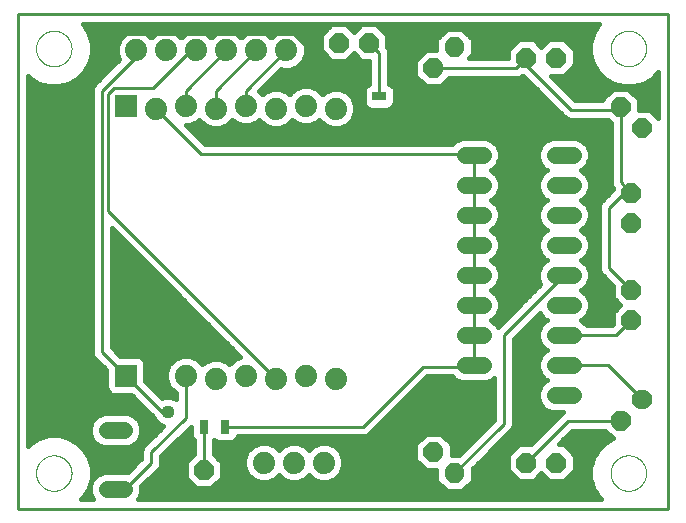
<source format=gtl>
G75*
%MOIN*%
%OFA0B0*%
%FSLAX25Y25*%
%IPPOS*%
%LPD*%
%AMOC8*
5,1,8,0,0,1.08239X$1,22.5*
%
%ADD10C,0.01000*%
%ADD11C,0.00000*%
%ADD12C,0.07400*%
%ADD13R,0.07400X0.07400*%
%ADD14C,0.05800*%
%ADD15C,0.01320*%
%ADD16OC8,0.06600*%
%ADD17R,0.04724X0.03150*%
%ADD18R,0.03150X0.04724*%
%ADD19C,0.01600*%
%ADD20C,0.04400*%
D10*
X0019800Y0016300D02*
X0019800Y0181261D01*
X0236501Y0181261D01*
X0236501Y0016300D01*
X0019800Y0016300D01*
X0041800Y0036800D02*
X0045800Y0032800D01*
X0051800Y0032800D01*
X0052405Y0032795D01*
X0055453Y0022953D02*
X0064300Y0031800D01*
X0064300Y0035300D01*
X0075800Y0046800D01*
X0075800Y0060800D01*
X0069800Y0048800D02*
X0067800Y0048800D01*
X0055800Y0060800D01*
X0047800Y0068800D01*
X0047800Y0155800D01*
X0058800Y0166800D01*
X0058800Y0168800D01*
X0059300Y0169300D01*
X0054800Y0174800D02*
X0049300Y0169300D01*
X0041800Y0161800D01*
X0041800Y0036800D01*
X0052405Y0022953D02*
X0055453Y0022953D01*
X0081800Y0029300D02*
X0081757Y0043800D01*
X0088843Y0043800D02*
X0134800Y0043800D01*
X0154800Y0063800D01*
X0171800Y0063800D01*
X0171800Y0064300D01*
X0171800Y0074300D01*
X0171800Y0084300D01*
X0171800Y0094300D01*
X0171800Y0104300D01*
X0171800Y0114300D01*
X0171800Y0124300D01*
X0171800Y0134300D01*
X0171800Y0134800D01*
X0080800Y0134800D01*
X0065800Y0149800D01*
X0064800Y0156800D02*
X0051800Y0156800D01*
X0049800Y0154800D01*
X0049800Y0115800D01*
X0105800Y0059800D01*
X0131800Y0031800D02*
X0153800Y0053800D01*
X0171800Y0053800D01*
X0171800Y0054300D01*
X0181800Y0044729D02*
X0181800Y0074300D01*
X0201800Y0094300D01*
X0216800Y0096800D02*
X0224300Y0089300D01*
X0216800Y0096800D02*
X0216800Y0116800D01*
X0221800Y0121800D01*
X0224300Y0121800D01*
X0220764Y0125336D01*
X0220764Y0150336D01*
X0219729Y0149300D01*
X0204300Y0149300D01*
X0189300Y0164300D01*
X0189300Y0166800D01*
X0185764Y0163264D01*
X0158264Y0163264D01*
X0140300Y0168300D02*
X0140300Y0153843D01*
X0139800Y0146800D02*
X0140300Y0146757D01*
X0139800Y0146800D02*
X0111800Y0174800D01*
X0054800Y0174800D01*
X0064800Y0156800D02*
X0076800Y0168800D01*
X0078800Y0168800D01*
X0079300Y0169300D01*
X0089300Y0169300D02*
X0075800Y0155800D01*
X0075800Y0150800D01*
X0085800Y0149800D02*
X0085800Y0155800D01*
X0099300Y0169300D01*
X0109300Y0169300D02*
X0095800Y0155800D01*
X0095800Y0150800D01*
X0136800Y0171800D02*
X0140300Y0168300D01*
X0224300Y0079300D02*
X0219300Y0074300D01*
X0201800Y0074300D01*
X0201800Y0064300D02*
X0216371Y0064300D01*
X0227836Y0052836D01*
X0220764Y0045764D02*
X0203264Y0045764D01*
X0189300Y0031800D01*
X0181800Y0044729D02*
X0165336Y0028264D01*
D11*
X0217394Y0028300D02*
X0217396Y0028453D01*
X0217402Y0028607D01*
X0217412Y0028760D01*
X0217426Y0028912D01*
X0217444Y0029065D01*
X0217466Y0029216D01*
X0217491Y0029367D01*
X0217521Y0029518D01*
X0217555Y0029668D01*
X0217592Y0029816D01*
X0217633Y0029964D01*
X0217678Y0030110D01*
X0217727Y0030256D01*
X0217780Y0030400D01*
X0217836Y0030542D01*
X0217896Y0030683D01*
X0217960Y0030823D01*
X0218027Y0030961D01*
X0218098Y0031097D01*
X0218173Y0031231D01*
X0218250Y0031363D01*
X0218332Y0031493D01*
X0218416Y0031621D01*
X0218504Y0031747D01*
X0218595Y0031870D01*
X0218689Y0031991D01*
X0218787Y0032109D01*
X0218887Y0032225D01*
X0218991Y0032338D01*
X0219097Y0032449D01*
X0219206Y0032557D01*
X0219318Y0032662D01*
X0219432Y0032763D01*
X0219550Y0032862D01*
X0219669Y0032958D01*
X0219791Y0033051D01*
X0219916Y0033140D01*
X0220043Y0033227D01*
X0220172Y0033309D01*
X0220303Y0033389D01*
X0220436Y0033465D01*
X0220571Y0033538D01*
X0220708Y0033607D01*
X0220847Y0033672D01*
X0220987Y0033734D01*
X0221129Y0033792D01*
X0221272Y0033847D01*
X0221417Y0033898D01*
X0221563Y0033945D01*
X0221710Y0033988D01*
X0221858Y0034027D01*
X0222007Y0034063D01*
X0222157Y0034094D01*
X0222308Y0034122D01*
X0222459Y0034146D01*
X0222612Y0034166D01*
X0222764Y0034182D01*
X0222917Y0034194D01*
X0223070Y0034202D01*
X0223223Y0034206D01*
X0223377Y0034206D01*
X0223530Y0034202D01*
X0223683Y0034194D01*
X0223836Y0034182D01*
X0223988Y0034166D01*
X0224141Y0034146D01*
X0224292Y0034122D01*
X0224443Y0034094D01*
X0224593Y0034063D01*
X0224742Y0034027D01*
X0224890Y0033988D01*
X0225037Y0033945D01*
X0225183Y0033898D01*
X0225328Y0033847D01*
X0225471Y0033792D01*
X0225613Y0033734D01*
X0225753Y0033672D01*
X0225892Y0033607D01*
X0226029Y0033538D01*
X0226164Y0033465D01*
X0226297Y0033389D01*
X0226428Y0033309D01*
X0226557Y0033227D01*
X0226684Y0033140D01*
X0226809Y0033051D01*
X0226931Y0032958D01*
X0227050Y0032862D01*
X0227168Y0032763D01*
X0227282Y0032662D01*
X0227394Y0032557D01*
X0227503Y0032449D01*
X0227609Y0032338D01*
X0227713Y0032225D01*
X0227813Y0032109D01*
X0227911Y0031991D01*
X0228005Y0031870D01*
X0228096Y0031747D01*
X0228184Y0031621D01*
X0228268Y0031493D01*
X0228350Y0031363D01*
X0228427Y0031231D01*
X0228502Y0031097D01*
X0228573Y0030961D01*
X0228640Y0030823D01*
X0228704Y0030683D01*
X0228764Y0030542D01*
X0228820Y0030400D01*
X0228873Y0030256D01*
X0228922Y0030110D01*
X0228967Y0029964D01*
X0229008Y0029816D01*
X0229045Y0029668D01*
X0229079Y0029518D01*
X0229109Y0029367D01*
X0229134Y0029216D01*
X0229156Y0029065D01*
X0229174Y0028912D01*
X0229188Y0028760D01*
X0229198Y0028607D01*
X0229204Y0028453D01*
X0229206Y0028300D01*
X0229204Y0028147D01*
X0229198Y0027993D01*
X0229188Y0027840D01*
X0229174Y0027688D01*
X0229156Y0027535D01*
X0229134Y0027384D01*
X0229109Y0027233D01*
X0229079Y0027082D01*
X0229045Y0026932D01*
X0229008Y0026784D01*
X0228967Y0026636D01*
X0228922Y0026490D01*
X0228873Y0026344D01*
X0228820Y0026200D01*
X0228764Y0026058D01*
X0228704Y0025917D01*
X0228640Y0025777D01*
X0228573Y0025639D01*
X0228502Y0025503D01*
X0228427Y0025369D01*
X0228350Y0025237D01*
X0228268Y0025107D01*
X0228184Y0024979D01*
X0228096Y0024853D01*
X0228005Y0024730D01*
X0227911Y0024609D01*
X0227813Y0024491D01*
X0227713Y0024375D01*
X0227609Y0024262D01*
X0227503Y0024151D01*
X0227394Y0024043D01*
X0227282Y0023938D01*
X0227168Y0023837D01*
X0227050Y0023738D01*
X0226931Y0023642D01*
X0226809Y0023549D01*
X0226684Y0023460D01*
X0226557Y0023373D01*
X0226428Y0023291D01*
X0226297Y0023211D01*
X0226164Y0023135D01*
X0226029Y0023062D01*
X0225892Y0022993D01*
X0225753Y0022928D01*
X0225613Y0022866D01*
X0225471Y0022808D01*
X0225328Y0022753D01*
X0225183Y0022702D01*
X0225037Y0022655D01*
X0224890Y0022612D01*
X0224742Y0022573D01*
X0224593Y0022537D01*
X0224443Y0022506D01*
X0224292Y0022478D01*
X0224141Y0022454D01*
X0223988Y0022434D01*
X0223836Y0022418D01*
X0223683Y0022406D01*
X0223530Y0022398D01*
X0223377Y0022394D01*
X0223223Y0022394D01*
X0223070Y0022398D01*
X0222917Y0022406D01*
X0222764Y0022418D01*
X0222612Y0022434D01*
X0222459Y0022454D01*
X0222308Y0022478D01*
X0222157Y0022506D01*
X0222007Y0022537D01*
X0221858Y0022573D01*
X0221710Y0022612D01*
X0221563Y0022655D01*
X0221417Y0022702D01*
X0221272Y0022753D01*
X0221129Y0022808D01*
X0220987Y0022866D01*
X0220847Y0022928D01*
X0220708Y0022993D01*
X0220571Y0023062D01*
X0220436Y0023135D01*
X0220303Y0023211D01*
X0220172Y0023291D01*
X0220043Y0023373D01*
X0219916Y0023460D01*
X0219791Y0023549D01*
X0219669Y0023642D01*
X0219550Y0023738D01*
X0219432Y0023837D01*
X0219318Y0023938D01*
X0219206Y0024043D01*
X0219097Y0024151D01*
X0218991Y0024262D01*
X0218887Y0024375D01*
X0218787Y0024491D01*
X0218689Y0024609D01*
X0218595Y0024730D01*
X0218504Y0024853D01*
X0218416Y0024979D01*
X0218332Y0025107D01*
X0218250Y0025237D01*
X0218173Y0025369D01*
X0218098Y0025503D01*
X0218027Y0025639D01*
X0217960Y0025777D01*
X0217896Y0025917D01*
X0217836Y0026058D01*
X0217780Y0026200D01*
X0217727Y0026344D01*
X0217678Y0026490D01*
X0217633Y0026636D01*
X0217592Y0026784D01*
X0217555Y0026932D01*
X0217521Y0027082D01*
X0217491Y0027233D01*
X0217466Y0027384D01*
X0217444Y0027535D01*
X0217426Y0027688D01*
X0217412Y0027840D01*
X0217402Y0027993D01*
X0217396Y0028147D01*
X0217394Y0028300D01*
X0025894Y0028300D02*
X0025896Y0028453D01*
X0025902Y0028607D01*
X0025912Y0028760D01*
X0025926Y0028912D01*
X0025944Y0029065D01*
X0025966Y0029216D01*
X0025991Y0029367D01*
X0026021Y0029518D01*
X0026055Y0029668D01*
X0026092Y0029816D01*
X0026133Y0029964D01*
X0026178Y0030110D01*
X0026227Y0030256D01*
X0026280Y0030400D01*
X0026336Y0030542D01*
X0026396Y0030683D01*
X0026460Y0030823D01*
X0026527Y0030961D01*
X0026598Y0031097D01*
X0026673Y0031231D01*
X0026750Y0031363D01*
X0026832Y0031493D01*
X0026916Y0031621D01*
X0027004Y0031747D01*
X0027095Y0031870D01*
X0027189Y0031991D01*
X0027287Y0032109D01*
X0027387Y0032225D01*
X0027491Y0032338D01*
X0027597Y0032449D01*
X0027706Y0032557D01*
X0027818Y0032662D01*
X0027932Y0032763D01*
X0028050Y0032862D01*
X0028169Y0032958D01*
X0028291Y0033051D01*
X0028416Y0033140D01*
X0028543Y0033227D01*
X0028672Y0033309D01*
X0028803Y0033389D01*
X0028936Y0033465D01*
X0029071Y0033538D01*
X0029208Y0033607D01*
X0029347Y0033672D01*
X0029487Y0033734D01*
X0029629Y0033792D01*
X0029772Y0033847D01*
X0029917Y0033898D01*
X0030063Y0033945D01*
X0030210Y0033988D01*
X0030358Y0034027D01*
X0030507Y0034063D01*
X0030657Y0034094D01*
X0030808Y0034122D01*
X0030959Y0034146D01*
X0031112Y0034166D01*
X0031264Y0034182D01*
X0031417Y0034194D01*
X0031570Y0034202D01*
X0031723Y0034206D01*
X0031877Y0034206D01*
X0032030Y0034202D01*
X0032183Y0034194D01*
X0032336Y0034182D01*
X0032488Y0034166D01*
X0032641Y0034146D01*
X0032792Y0034122D01*
X0032943Y0034094D01*
X0033093Y0034063D01*
X0033242Y0034027D01*
X0033390Y0033988D01*
X0033537Y0033945D01*
X0033683Y0033898D01*
X0033828Y0033847D01*
X0033971Y0033792D01*
X0034113Y0033734D01*
X0034253Y0033672D01*
X0034392Y0033607D01*
X0034529Y0033538D01*
X0034664Y0033465D01*
X0034797Y0033389D01*
X0034928Y0033309D01*
X0035057Y0033227D01*
X0035184Y0033140D01*
X0035309Y0033051D01*
X0035431Y0032958D01*
X0035550Y0032862D01*
X0035668Y0032763D01*
X0035782Y0032662D01*
X0035894Y0032557D01*
X0036003Y0032449D01*
X0036109Y0032338D01*
X0036213Y0032225D01*
X0036313Y0032109D01*
X0036411Y0031991D01*
X0036505Y0031870D01*
X0036596Y0031747D01*
X0036684Y0031621D01*
X0036768Y0031493D01*
X0036850Y0031363D01*
X0036927Y0031231D01*
X0037002Y0031097D01*
X0037073Y0030961D01*
X0037140Y0030823D01*
X0037204Y0030683D01*
X0037264Y0030542D01*
X0037320Y0030400D01*
X0037373Y0030256D01*
X0037422Y0030110D01*
X0037467Y0029964D01*
X0037508Y0029816D01*
X0037545Y0029668D01*
X0037579Y0029518D01*
X0037609Y0029367D01*
X0037634Y0029216D01*
X0037656Y0029065D01*
X0037674Y0028912D01*
X0037688Y0028760D01*
X0037698Y0028607D01*
X0037704Y0028453D01*
X0037706Y0028300D01*
X0037704Y0028147D01*
X0037698Y0027993D01*
X0037688Y0027840D01*
X0037674Y0027688D01*
X0037656Y0027535D01*
X0037634Y0027384D01*
X0037609Y0027233D01*
X0037579Y0027082D01*
X0037545Y0026932D01*
X0037508Y0026784D01*
X0037467Y0026636D01*
X0037422Y0026490D01*
X0037373Y0026344D01*
X0037320Y0026200D01*
X0037264Y0026058D01*
X0037204Y0025917D01*
X0037140Y0025777D01*
X0037073Y0025639D01*
X0037002Y0025503D01*
X0036927Y0025369D01*
X0036850Y0025237D01*
X0036768Y0025107D01*
X0036684Y0024979D01*
X0036596Y0024853D01*
X0036505Y0024730D01*
X0036411Y0024609D01*
X0036313Y0024491D01*
X0036213Y0024375D01*
X0036109Y0024262D01*
X0036003Y0024151D01*
X0035894Y0024043D01*
X0035782Y0023938D01*
X0035668Y0023837D01*
X0035550Y0023738D01*
X0035431Y0023642D01*
X0035309Y0023549D01*
X0035184Y0023460D01*
X0035057Y0023373D01*
X0034928Y0023291D01*
X0034797Y0023211D01*
X0034664Y0023135D01*
X0034529Y0023062D01*
X0034392Y0022993D01*
X0034253Y0022928D01*
X0034113Y0022866D01*
X0033971Y0022808D01*
X0033828Y0022753D01*
X0033683Y0022702D01*
X0033537Y0022655D01*
X0033390Y0022612D01*
X0033242Y0022573D01*
X0033093Y0022537D01*
X0032943Y0022506D01*
X0032792Y0022478D01*
X0032641Y0022454D01*
X0032488Y0022434D01*
X0032336Y0022418D01*
X0032183Y0022406D01*
X0032030Y0022398D01*
X0031877Y0022394D01*
X0031723Y0022394D01*
X0031570Y0022398D01*
X0031417Y0022406D01*
X0031264Y0022418D01*
X0031112Y0022434D01*
X0030959Y0022454D01*
X0030808Y0022478D01*
X0030657Y0022506D01*
X0030507Y0022537D01*
X0030358Y0022573D01*
X0030210Y0022612D01*
X0030063Y0022655D01*
X0029917Y0022702D01*
X0029772Y0022753D01*
X0029629Y0022808D01*
X0029487Y0022866D01*
X0029347Y0022928D01*
X0029208Y0022993D01*
X0029071Y0023062D01*
X0028936Y0023135D01*
X0028803Y0023211D01*
X0028672Y0023291D01*
X0028543Y0023373D01*
X0028416Y0023460D01*
X0028291Y0023549D01*
X0028169Y0023642D01*
X0028050Y0023738D01*
X0027932Y0023837D01*
X0027818Y0023938D01*
X0027706Y0024043D01*
X0027597Y0024151D01*
X0027491Y0024262D01*
X0027387Y0024375D01*
X0027287Y0024491D01*
X0027189Y0024609D01*
X0027095Y0024730D01*
X0027004Y0024853D01*
X0026916Y0024979D01*
X0026832Y0025107D01*
X0026750Y0025237D01*
X0026673Y0025369D01*
X0026598Y0025503D01*
X0026527Y0025639D01*
X0026460Y0025777D01*
X0026396Y0025917D01*
X0026336Y0026058D01*
X0026280Y0026200D01*
X0026227Y0026344D01*
X0026178Y0026490D01*
X0026133Y0026636D01*
X0026092Y0026784D01*
X0026055Y0026932D01*
X0026021Y0027082D01*
X0025991Y0027233D01*
X0025966Y0027384D01*
X0025944Y0027535D01*
X0025926Y0027688D01*
X0025912Y0027840D01*
X0025902Y0027993D01*
X0025896Y0028147D01*
X0025894Y0028300D01*
X0025894Y0169800D02*
X0025896Y0169953D01*
X0025902Y0170107D01*
X0025912Y0170260D01*
X0025926Y0170412D01*
X0025944Y0170565D01*
X0025966Y0170716D01*
X0025991Y0170867D01*
X0026021Y0171018D01*
X0026055Y0171168D01*
X0026092Y0171316D01*
X0026133Y0171464D01*
X0026178Y0171610D01*
X0026227Y0171756D01*
X0026280Y0171900D01*
X0026336Y0172042D01*
X0026396Y0172183D01*
X0026460Y0172323D01*
X0026527Y0172461D01*
X0026598Y0172597D01*
X0026673Y0172731D01*
X0026750Y0172863D01*
X0026832Y0172993D01*
X0026916Y0173121D01*
X0027004Y0173247D01*
X0027095Y0173370D01*
X0027189Y0173491D01*
X0027287Y0173609D01*
X0027387Y0173725D01*
X0027491Y0173838D01*
X0027597Y0173949D01*
X0027706Y0174057D01*
X0027818Y0174162D01*
X0027932Y0174263D01*
X0028050Y0174362D01*
X0028169Y0174458D01*
X0028291Y0174551D01*
X0028416Y0174640D01*
X0028543Y0174727D01*
X0028672Y0174809D01*
X0028803Y0174889D01*
X0028936Y0174965D01*
X0029071Y0175038D01*
X0029208Y0175107D01*
X0029347Y0175172D01*
X0029487Y0175234D01*
X0029629Y0175292D01*
X0029772Y0175347D01*
X0029917Y0175398D01*
X0030063Y0175445D01*
X0030210Y0175488D01*
X0030358Y0175527D01*
X0030507Y0175563D01*
X0030657Y0175594D01*
X0030808Y0175622D01*
X0030959Y0175646D01*
X0031112Y0175666D01*
X0031264Y0175682D01*
X0031417Y0175694D01*
X0031570Y0175702D01*
X0031723Y0175706D01*
X0031877Y0175706D01*
X0032030Y0175702D01*
X0032183Y0175694D01*
X0032336Y0175682D01*
X0032488Y0175666D01*
X0032641Y0175646D01*
X0032792Y0175622D01*
X0032943Y0175594D01*
X0033093Y0175563D01*
X0033242Y0175527D01*
X0033390Y0175488D01*
X0033537Y0175445D01*
X0033683Y0175398D01*
X0033828Y0175347D01*
X0033971Y0175292D01*
X0034113Y0175234D01*
X0034253Y0175172D01*
X0034392Y0175107D01*
X0034529Y0175038D01*
X0034664Y0174965D01*
X0034797Y0174889D01*
X0034928Y0174809D01*
X0035057Y0174727D01*
X0035184Y0174640D01*
X0035309Y0174551D01*
X0035431Y0174458D01*
X0035550Y0174362D01*
X0035668Y0174263D01*
X0035782Y0174162D01*
X0035894Y0174057D01*
X0036003Y0173949D01*
X0036109Y0173838D01*
X0036213Y0173725D01*
X0036313Y0173609D01*
X0036411Y0173491D01*
X0036505Y0173370D01*
X0036596Y0173247D01*
X0036684Y0173121D01*
X0036768Y0172993D01*
X0036850Y0172863D01*
X0036927Y0172731D01*
X0037002Y0172597D01*
X0037073Y0172461D01*
X0037140Y0172323D01*
X0037204Y0172183D01*
X0037264Y0172042D01*
X0037320Y0171900D01*
X0037373Y0171756D01*
X0037422Y0171610D01*
X0037467Y0171464D01*
X0037508Y0171316D01*
X0037545Y0171168D01*
X0037579Y0171018D01*
X0037609Y0170867D01*
X0037634Y0170716D01*
X0037656Y0170565D01*
X0037674Y0170412D01*
X0037688Y0170260D01*
X0037698Y0170107D01*
X0037704Y0169953D01*
X0037706Y0169800D01*
X0037704Y0169647D01*
X0037698Y0169493D01*
X0037688Y0169340D01*
X0037674Y0169188D01*
X0037656Y0169035D01*
X0037634Y0168884D01*
X0037609Y0168733D01*
X0037579Y0168582D01*
X0037545Y0168432D01*
X0037508Y0168284D01*
X0037467Y0168136D01*
X0037422Y0167990D01*
X0037373Y0167844D01*
X0037320Y0167700D01*
X0037264Y0167558D01*
X0037204Y0167417D01*
X0037140Y0167277D01*
X0037073Y0167139D01*
X0037002Y0167003D01*
X0036927Y0166869D01*
X0036850Y0166737D01*
X0036768Y0166607D01*
X0036684Y0166479D01*
X0036596Y0166353D01*
X0036505Y0166230D01*
X0036411Y0166109D01*
X0036313Y0165991D01*
X0036213Y0165875D01*
X0036109Y0165762D01*
X0036003Y0165651D01*
X0035894Y0165543D01*
X0035782Y0165438D01*
X0035668Y0165337D01*
X0035550Y0165238D01*
X0035431Y0165142D01*
X0035309Y0165049D01*
X0035184Y0164960D01*
X0035057Y0164873D01*
X0034928Y0164791D01*
X0034797Y0164711D01*
X0034664Y0164635D01*
X0034529Y0164562D01*
X0034392Y0164493D01*
X0034253Y0164428D01*
X0034113Y0164366D01*
X0033971Y0164308D01*
X0033828Y0164253D01*
X0033683Y0164202D01*
X0033537Y0164155D01*
X0033390Y0164112D01*
X0033242Y0164073D01*
X0033093Y0164037D01*
X0032943Y0164006D01*
X0032792Y0163978D01*
X0032641Y0163954D01*
X0032488Y0163934D01*
X0032336Y0163918D01*
X0032183Y0163906D01*
X0032030Y0163898D01*
X0031877Y0163894D01*
X0031723Y0163894D01*
X0031570Y0163898D01*
X0031417Y0163906D01*
X0031264Y0163918D01*
X0031112Y0163934D01*
X0030959Y0163954D01*
X0030808Y0163978D01*
X0030657Y0164006D01*
X0030507Y0164037D01*
X0030358Y0164073D01*
X0030210Y0164112D01*
X0030063Y0164155D01*
X0029917Y0164202D01*
X0029772Y0164253D01*
X0029629Y0164308D01*
X0029487Y0164366D01*
X0029347Y0164428D01*
X0029208Y0164493D01*
X0029071Y0164562D01*
X0028936Y0164635D01*
X0028803Y0164711D01*
X0028672Y0164791D01*
X0028543Y0164873D01*
X0028416Y0164960D01*
X0028291Y0165049D01*
X0028169Y0165142D01*
X0028050Y0165238D01*
X0027932Y0165337D01*
X0027818Y0165438D01*
X0027706Y0165543D01*
X0027597Y0165651D01*
X0027491Y0165762D01*
X0027387Y0165875D01*
X0027287Y0165991D01*
X0027189Y0166109D01*
X0027095Y0166230D01*
X0027004Y0166353D01*
X0026916Y0166479D01*
X0026832Y0166607D01*
X0026750Y0166737D01*
X0026673Y0166869D01*
X0026598Y0167003D01*
X0026527Y0167139D01*
X0026460Y0167277D01*
X0026396Y0167417D01*
X0026336Y0167558D01*
X0026280Y0167700D01*
X0026227Y0167844D01*
X0026178Y0167990D01*
X0026133Y0168136D01*
X0026092Y0168284D01*
X0026055Y0168432D01*
X0026021Y0168582D01*
X0025991Y0168733D01*
X0025966Y0168884D01*
X0025944Y0169035D01*
X0025926Y0169188D01*
X0025912Y0169340D01*
X0025902Y0169493D01*
X0025896Y0169647D01*
X0025894Y0169800D01*
X0217394Y0169800D02*
X0217396Y0169953D01*
X0217402Y0170107D01*
X0217412Y0170260D01*
X0217426Y0170412D01*
X0217444Y0170565D01*
X0217466Y0170716D01*
X0217491Y0170867D01*
X0217521Y0171018D01*
X0217555Y0171168D01*
X0217592Y0171316D01*
X0217633Y0171464D01*
X0217678Y0171610D01*
X0217727Y0171756D01*
X0217780Y0171900D01*
X0217836Y0172042D01*
X0217896Y0172183D01*
X0217960Y0172323D01*
X0218027Y0172461D01*
X0218098Y0172597D01*
X0218173Y0172731D01*
X0218250Y0172863D01*
X0218332Y0172993D01*
X0218416Y0173121D01*
X0218504Y0173247D01*
X0218595Y0173370D01*
X0218689Y0173491D01*
X0218787Y0173609D01*
X0218887Y0173725D01*
X0218991Y0173838D01*
X0219097Y0173949D01*
X0219206Y0174057D01*
X0219318Y0174162D01*
X0219432Y0174263D01*
X0219550Y0174362D01*
X0219669Y0174458D01*
X0219791Y0174551D01*
X0219916Y0174640D01*
X0220043Y0174727D01*
X0220172Y0174809D01*
X0220303Y0174889D01*
X0220436Y0174965D01*
X0220571Y0175038D01*
X0220708Y0175107D01*
X0220847Y0175172D01*
X0220987Y0175234D01*
X0221129Y0175292D01*
X0221272Y0175347D01*
X0221417Y0175398D01*
X0221563Y0175445D01*
X0221710Y0175488D01*
X0221858Y0175527D01*
X0222007Y0175563D01*
X0222157Y0175594D01*
X0222308Y0175622D01*
X0222459Y0175646D01*
X0222612Y0175666D01*
X0222764Y0175682D01*
X0222917Y0175694D01*
X0223070Y0175702D01*
X0223223Y0175706D01*
X0223377Y0175706D01*
X0223530Y0175702D01*
X0223683Y0175694D01*
X0223836Y0175682D01*
X0223988Y0175666D01*
X0224141Y0175646D01*
X0224292Y0175622D01*
X0224443Y0175594D01*
X0224593Y0175563D01*
X0224742Y0175527D01*
X0224890Y0175488D01*
X0225037Y0175445D01*
X0225183Y0175398D01*
X0225328Y0175347D01*
X0225471Y0175292D01*
X0225613Y0175234D01*
X0225753Y0175172D01*
X0225892Y0175107D01*
X0226029Y0175038D01*
X0226164Y0174965D01*
X0226297Y0174889D01*
X0226428Y0174809D01*
X0226557Y0174727D01*
X0226684Y0174640D01*
X0226809Y0174551D01*
X0226931Y0174458D01*
X0227050Y0174362D01*
X0227168Y0174263D01*
X0227282Y0174162D01*
X0227394Y0174057D01*
X0227503Y0173949D01*
X0227609Y0173838D01*
X0227713Y0173725D01*
X0227813Y0173609D01*
X0227911Y0173491D01*
X0228005Y0173370D01*
X0228096Y0173247D01*
X0228184Y0173121D01*
X0228268Y0172993D01*
X0228350Y0172863D01*
X0228427Y0172731D01*
X0228502Y0172597D01*
X0228573Y0172461D01*
X0228640Y0172323D01*
X0228704Y0172183D01*
X0228764Y0172042D01*
X0228820Y0171900D01*
X0228873Y0171756D01*
X0228922Y0171610D01*
X0228967Y0171464D01*
X0229008Y0171316D01*
X0229045Y0171168D01*
X0229079Y0171018D01*
X0229109Y0170867D01*
X0229134Y0170716D01*
X0229156Y0170565D01*
X0229174Y0170412D01*
X0229188Y0170260D01*
X0229198Y0170107D01*
X0229204Y0169953D01*
X0229206Y0169800D01*
X0229204Y0169647D01*
X0229198Y0169493D01*
X0229188Y0169340D01*
X0229174Y0169188D01*
X0229156Y0169035D01*
X0229134Y0168884D01*
X0229109Y0168733D01*
X0229079Y0168582D01*
X0229045Y0168432D01*
X0229008Y0168284D01*
X0228967Y0168136D01*
X0228922Y0167990D01*
X0228873Y0167844D01*
X0228820Y0167700D01*
X0228764Y0167558D01*
X0228704Y0167417D01*
X0228640Y0167277D01*
X0228573Y0167139D01*
X0228502Y0167003D01*
X0228427Y0166869D01*
X0228350Y0166737D01*
X0228268Y0166607D01*
X0228184Y0166479D01*
X0228096Y0166353D01*
X0228005Y0166230D01*
X0227911Y0166109D01*
X0227813Y0165991D01*
X0227713Y0165875D01*
X0227609Y0165762D01*
X0227503Y0165651D01*
X0227394Y0165543D01*
X0227282Y0165438D01*
X0227168Y0165337D01*
X0227050Y0165238D01*
X0226931Y0165142D01*
X0226809Y0165049D01*
X0226684Y0164960D01*
X0226557Y0164873D01*
X0226428Y0164791D01*
X0226297Y0164711D01*
X0226164Y0164635D01*
X0226029Y0164562D01*
X0225892Y0164493D01*
X0225753Y0164428D01*
X0225613Y0164366D01*
X0225471Y0164308D01*
X0225328Y0164253D01*
X0225183Y0164202D01*
X0225037Y0164155D01*
X0224890Y0164112D01*
X0224742Y0164073D01*
X0224593Y0164037D01*
X0224443Y0164006D01*
X0224292Y0163978D01*
X0224141Y0163954D01*
X0223988Y0163934D01*
X0223836Y0163918D01*
X0223683Y0163906D01*
X0223530Y0163898D01*
X0223377Y0163894D01*
X0223223Y0163894D01*
X0223070Y0163898D01*
X0222917Y0163906D01*
X0222764Y0163918D01*
X0222612Y0163934D01*
X0222459Y0163954D01*
X0222308Y0163978D01*
X0222157Y0164006D01*
X0222007Y0164037D01*
X0221858Y0164073D01*
X0221710Y0164112D01*
X0221563Y0164155D01*
X0221417Y0164202D01*
X0221272Y0164253D01*
X0221129Y0164308D01*
X0220987Y0164366D01*
X0220847Y0164428D01*
X0220708Y0164493D01*
X0220571Y0164562D01*
X0220436Y0164635D01*
X0220303Y0164711D01*
X0220172Y0164791D01*
X0220043Y0164873D01*
X0219916Y0164960D01*
X0219791Y0165049D01*
X0219669Y0165142D01*
X0219550Y0165238D01*
X0219432Y0165337D01*
X0219318Y0165438D01*
X0219206Y0165543D01*
X0219097Y0165651D01*
X0218991Y0165762D01*
X0218887Y0165875D01*
X0218787Y0165991D01*
X0218689Y0166109D01*
X0218595Y0166230D01*
X0218504Y0166353D01*
X0218416Y0166479D01*
X0218332Y0166607D01*
X0218250Y0166737D01*
X0218173Y0166869D01*
X0218098Y0167003D01*
X0218027Y0167139D01*
X0217960Y0167277D01*
X0217896Y0167417D01*
X0217836Y0167558D01*
X0217780Y0167700D01*
X0217727Y0167844D01*
X0217678Y0167990D01*
X0217633Y0168136D01*
X0217592Y0168284D01*
X0217555Y0168432D01*
X0217521Y0168582D01*
X0217491Y0168733D01*
X0217466Y0168884D01*
X0217444Y0169035D01*
X0217426Y0169188D01*
X0217412Y0169340D01*
X0217402Y0169493D01*
X0217396Y0169647D01*
X0217394Y0169800D01*
D12*
X0125800Y0149800D03*
X0115800Y0150800D03*
X0105800Y0149800D03*
X0095800Y0150800D03*
X0085800Y0149800D03*
X0075800Y0150800D03*
X0065800Y0149800D03*
X0069300Y0169300D03*
X0059300Y0169300D03*
X0049300Y0169300D03*
X0079300Y0169300D03*
X0089300Y0169300D03*
X0099300Y0169300D03*
X0109300Y0169300D03*
X0115800Y0060800D03*
X0105800Y0059800D03*
X0095800Y0060800D03*
X0085800Y0059800D03*
X0075800Y0060800D03*
X0065800Y0059800D03*
X0101800Y0031800D03*
X0111800Y0031800D03*
X0121800Y0031800D03*
X0125800Y0059800D03*
D13*
X0131800Y0031800D03*
X0055800Y0060800D03*
X0055800Y0150800D03*
D14*
X0168900Y0134300D02*
X0174700Y0134300D01*
X0174700Y0124300D02*
X0168900Y0124300D01*
X0168900Y0114300D02*
X0174700Y0114300D01*
X0174700Y0104300D02*
X0168900Y0104300D01*
X0168900Y0094300D02*
X0174700Y0094300D01*
X0174700Y0084300D02*
X0168900Y0084300D01*
X0168900Y0074300D02*
X0174700Y0074300D01*
X0174700Y0064300D02*
X0168900Y0064300D01*
X0168900Y0054300D02*
X0174700Y0054300D01*
X0198900Y0054300D02*
X0204700Y0054300D01*
X0204700Y0064300D02*
X0198900Y0064300D01*
X0198900Y0074300D02*
X0204700Y0074300D01*
X0204700Y0084300D02*
X0198900Y0084300D01*
X0198900Y0094300D02*
X0204700Y0094300D01*
X0204700Y0104300D02*
X0198900Y0104300D01*
X0198900Y0114300D02*
X0204700Y0114300D01*
X0204700Y0124300D02*
X0198900Y0124300D01*
X0198900Y0134300D02*
X0204700Y0134300D01*
X0055305Y0042638D02*
X0049505Y0042638D01*
X0049505Y0032795D02*
X0055305Y0032795D01*
X0055305Y0022953D02*
X0049505Y0022953D01*
D15*
X0158697Y0033357D02*
X0159357Y0032697D01*
X0157171Y0032697D01*
X0155625Y0034243D01*
X0155625Y0036429D01*
X0157171Y0037975D01*
X0159357Y0037975D01*
X0160903Y0036429D01*
X0160903Y0034243D01*
X0159357Y0032697D01*
X0158947Y0033687D01*
X0157581Y0033687D01*
X0156615Y0034653D01*
X0156615Y0036019D01*
X0157581Y0036985D01*
X0158947Y0036985D01*
X0159913Y0036019D01*
X0159913Y0034653D01*
X0158947Y0033687D01*
X0158537Y0034677D01*
X0157991Y0034677D01*
X0157605Y0035063D01*
X0157605Y0035609D01*
X0157991Y0035995D01*
X0158537Y0035995D01*
X0158923Y0035609D01*
X0158923Y0035063D01*
X0158537Y0034677D01*
X0165769Y0026285D02*
X0166429Y0025625D01*
X0164243Y0025625D01*
X0162697Y0027171D01*
X0162697Y0029357D01*
X0164243Y0030903D01*
X0166429Y0030903D01*
X0167975Y0029357D01*
X0167975Y0027171D01*
X0166429Y0025625D01*
X0166019Y0026615D01*
X0164653Y0026615D01*
X0163687Y0027581D01*
X0163687Y0028947D01*
X0164653Y0029913D01*
X0166019Y0029913D01*
X0166985Y0028947D01*
X0166985Y0027581D01*
X0166019Y0026615D01*
X0165609Y0027605D01*
X0165063Y0027605D01*
X0164677Y0027991D01*
X0164677Y0028537D01*
X0165063Y0028923D01*
X0165609Y0028923D01*
X0165995Y0028537D01*
X0165995Y0027991D01*
X0165609Y0027605D01*
X0222743Y0046197D02*
X0223403Y0046857D01*
X0223403Y0044671D01*
X0221857Y0043125D01*
X0219671Y0043125D01*
X0218125Y0044671D01*
X0218125Y0046857D01*
X0219671Y0048403D01*
X0221857Y0048403D01*
X0223403Y0046857D01*
X0222413Y0046447D01*
X0222413Y0045081D01*
X0221447Y0044115D01*
X0220081Y0044115D01*
X0219115Y0045081D01*
X0219115Y0046447D01*
X0220081Y0047413D01*
X0221447Y0047413D01*
X0222413Y0046447D01*
X0221423Y0046037D01*
X0221423Y0045491D01*
X0221037Y0045105D01*
X0220491Y0045105D01*
X0220105Y0045491D01*
X0220105Y0046037D01*
X0220491Y0046423D01*
X0221037Y0046423D01*
X0221423Y0046037D01*
X0229815Y0053269D02*
X0230475Y0053929D01*
X0230475Y0051743D01*
X0228929Y0050197D01*
X0226743Y0050197D01*
X0225197Y0051743D01*
X0225197Y0053929D01*
X0226743Y0055475D01*
X0228929Y0055475D01*
X0230475Y0053929D01*
X0229485Y0053519D01*
X0229485Y0052153D01*
X0228519Y0051187D01*
X0227153Y0051187D01*
X0226187Y0052153D01*
X0226187Y0053519D01*
X0227153Y0054485D01*
X0228519Y0054485D01*
X0229485Y0053519D01*
X0228495Y0053109D01*
X0228495Y0052563D01*
X0228109Y0052177D01*
X0227563Y0052177D01*
X0227177Y0052563D01*
X0227177Y0053109D01*
X0227563Y0053495D01*
X0228109Y0053495D01*
X0228495Y0053109D01*
X0228269Y0141285D02*
X0228929Y0140625D01*
X0226743Y0140625D01*
X0225197Y0142171D01*
X0225197Y0144357D01*
X0226743Y0145903D01*
X0228929Y0145903D01*
X0230475Y0144357D01*
X0230475Y0142171D01*
X0228929Y0140625D01*
X0228519Y0141615D01*
X0227153Y0141615D01*
X0226187Y0142581D01*
X0226187Y0143947D01*
X0227153Y0144913D01*
X0228519Y0144913D01*
X0229485Y0143947D01*
X0229485Y0142581D01*
X0228519Y0141615D01*
X0228109Y0142605D01*
X0227563Y0142605D01*
X0227177Y0142991D01*
X0227177Y0143537D01*
X0227563Y0143923D01*
X0228109Y0143923D01*
X0228495Y0143537D01*
X0228495Y0142991D01*
X0228109Y0142605D01*
X0221197Y0148357D02*
X0221857Y0147697D01*
X0219671Y0147697D01*
X0218125Y0149243D01*
X0218125Y0151429D01*
X0219671Y0152975D01*
X0221857Y0152975D01*
X0223403Y0151429D01*
X0223403Y0149243D01*
X0221857Y0147697D01*
X0221447Y0148687D01*
X0220081Y0148687D01*
X0219115Y0149653D01*
X0219115Y0151019D01*
X0220081Y0151985D01*
X0221447Y0151985D01*
X0222413Y0151019D01*
X0222413Y0149653D01*
X0221447Y0148687D01*
X0221037Y0149677D01*
X0220491Y0149677D01*
X0220105Y0150063D01*
X0220105Y0150609D01*
X0220491Y0150995D01*
X0221037Y0150995D01*
X0221423Y0150609D01*
X0221423Y0150063D01*
X0221037Y0149677D01*
X0167315Y0170769D02*
X0167975Y0171429D01*
X0167975Y0169243D01*
X0166429Y0167697D01*
X0164243Y0167697D01*
X0162697Y0169243D01*
X0162697Y0171429D01*
X0164243Y0172975D01*
X0166429Y0172975D01*
X0167975Y0171429D01*
X0166985Y0171019D01*
X0166985Y0169653D01*
X0166019Y0168687D01*
X0164653Y0168687D01*
X0163687Y0169653D01*
X0163687Y0171019D01*
X0164653Y0171985D01*
X0166019Y0171985D01*
X0166985Y0171019D01*
X0165995Y0170609D01*
X0165995Y0170063D01*
X0165609Y0169677D01*
X0165063Y0169677D01*
X0164677Y0170063D01*
X0164677Y0170609D01*
X0165063Y0170995D01*
X0165609Y0170995D01*
X0165995Y0170609D01*
X0160243Y0163697D02*
X0160903Y0164357D01*
X0160903Y0162171D01*
X0159357Y0160625D01*
X0157171Y0160625D01*
X0155625Y0162171D01*
X0155625Y0164357D01*
X0157171Y0165903D01*
X0159357Y0165903D01*
X0160903Y0164357D01*
X0159913Y0163947D01*
X0159913Y0162581D01*
X0158947Y0161615D01*
X0157581Y0161615D01*
X0156615Y0162581D01*
X0156615Y0163947D01*
X0157581Y0164913D01*
X0158947Y0164913D01*
X0159913Y0163947D01*
X0158923Y0163537D01*
X0158923Y0162991D01*
X0158537Y0162605D01*
X0157991Y0162605D01*
X0157605Y0162991D01*
X0157605Y0163537D01*
X0157991Y0163923D01*
X0158537Y0163923D01*
X0158923Y0163537D01*
D16*
X0136800Y0171800D03*
X0126800Y0171800D03*
X0189300Y0166800D03*
X0199300Y0166800D03*
X0224300Y0121800D03*
X0224300Y0111800D03*
X0224300Y0089300D03*
X0224300Y0079300D03*
X0199300Y0031800D03*
X0189300Y0031800D03*
X0081800Y0029300D03*
X0071800Y0029300D03*
D17*
X0140300Y0146757D03*
X0140300Y0153843D03*
D18*
X0088843Y0043800D03*
X0081757Y0043800D03*
D19*
X0077382Y0043715D02*
X0077382Y0040881D01*
X0077808Y0039852D01*
X0078470Y0039189D01*
X0078484Y0034611D01*
X0075700Y0031827D01*
X0075700Y0026773D01*
X0079273Y0023200D01*
X0084327Y0023200D01*
X0087900Y0026773D01*
X0087900Y0031827D01*
X0085084Y0034643D01*
X0085070Y0039217D01*
X0085300Y0039447D01*
X0085682Y0039064D01*
X0086712Y0038638D01*
X0090975Y0038638D01*
X0092004Y0039064D01*
X0092792Y0039852D01*
X0093060Y0040500D01*
X0135456Y0040500D01*
X0136669Y0041002D01*
X0156167Y0060500D01*
X0164639Y0060500D01*
X0165671Y0059468D01*
X0167766Y0058600D01*
X0175834Y0058600D01*
X0177929Y0059468D01*
X0178500Y0060039D01*
X0178500Y0046096D01*
X0166769Y0034364D01*
X0164364Y0034364D01*
X0164364Y0037862D01*
X0160791Y0041436D01*
X0155738Y0041436D01*
X0152164Y0037862D01*
X0152164Y0032809D01*
X0155738Y0029236D01*
X0159236Y0029236D01*
X0159236Y0025738D01*
X0162809Y0022164D01*
X0167862Y0022164D01*
X0171436Y0025738D01*
X0171436Y0029698D01*
X0183669Y0041931D01*
X0184598Y0042860D01*
X0185100Y0044073D01*
X0185100Y0072933D01*
X0193825Y0081658D01*
X0194068Y0081071D01*
X0195671Y0079468D01*
X0196076Y0079300D01*
X0195671Y0079132D01*
X0194068Y0077529D01*
X0193200Y0075434D01*
X0193200Y0073166D01*
X0194068Y0071071D01*
X0195671Y0069468D01*
X0196076Y0069300D01*
X0195671Y0069132D01*
X0194068Y0067529D01*
X0193200Y0065434D01*
X0193200Y0063166D01*
X0194068Y0061071D01*
X0195671Y0059468D01*
X0196076Y0059300D01*
X0195671Y0059132D01*
X0194068Y0057529D01*
X0193200Y0055434D01*
X0193200Y0053166D01*
X0194068Y0051071D01*
X0195671Y0049468D01*
X0197766Y0048600D01*
X0201487Y0048600D01*
X0201395Y0048562D01*
X0190733Y0037900D01*
X0186773Y0037900D01*
X0183200Y0034327D01*
X0183200Y0029273D01*
X0186773Y0025700D01*
X0191827Y0025700D01*
X0194300Y0028173D01*
X0196773Y0025700D01*
X0201827Y0025700D01*
X0205400Y0029273D01*
X0205400Y0034327D01*
X0201827Y0037900D01*
X0200067Y0037900D01*
X0204631Y0042464D01*
X0215438Y0042464D01*
X0218040Y0039862D01*
X0215537Y0038417D01*
X0213183Y0036063D01*
X0211519Y0033180D01*
X0210657Y0029964D01*
X0210657Y0026636D01*
X0211519Y0023420D01*
X0213183Y0020537D01*
X0214121Y0019600D01*
X0060013Y0019600D01*
X0060137Y0019724D01*
X0061005Y0021819D01*
X0061005Y0023838D01*
X0066169Y0029002D01*
X0067098Y0029931D01*
X0067600Y0031144D01*
X0067600Y0033933D01*
X0077382Y0043715D01*
X0077382Y0042711D02*
X0076378Y0042711D01*
X0077382Y0041112D02*
X0074779Y0041112D01*
X0073181Y0039514D02*
X0078146Y0039514D01*
X0078474Y0037915D02*
X0071582Y0037915D01*
X0069984Y0036317D02*
X0078479Y0036317D01*
X0078484Y0034718D02*
X0068385Y0034718D01*
X0067600Y0033120D02*
X0076993Y0033120D01*
X0075700Y0031521D02*
X0067600Y0031521D01*
X0067089Y0029923D02*
X0075700Y0029923D01*
X0075700Y0028324D02*
X0065491Y0028324D01*
X0063892Y0026726D02*
X0075748Y0026726D01*
X0077346Y0025127D02*
X0062294Y0025127D01*
X0061005Y0023529D02*
X0078945Y0023529D01*
X0084655Y0023529D02*
X0161445Y0023529D01*
X0159846Y0025127D02*
X0086254Y0025127D01*
X0087852Y0026726D02*
X0097682Y0026726D01*
X0098118Y0026290D02*
X0100507Y0025300D01*
X0103093Y0025300D01*
X0105482Y0026290D01*
X0106800Y0027608D01*
X0108118Y0026290D01*
X0110507Y0025300D01*
X0113093Y0025300D01*
X0115482Y0026290D01*
X0116800Y0027608D01*
X0118118Y0026290D01*
X0120507Y0025300D01*
X0123093Y0025300D01*
X0125482Y0026290D01*
X0127310Y0028118D01*
X0128300Y0030507D01*
X0128300Y0033093D01*
X0127310Y0035482D01*
X0125482Y0037310D01*
X0123093Y0038300D01*
X0120507Y0038300D01*
X0118118Y0037310D01*
X0116800Y0035992D01*
X0115482Y0037310D01*
X0113093Y0038300D01*
X0110507Y0038300D01*
X0108118Y0037310D01*
X0106800Y0035992D01*
X0105482Y0037310D01*
X0103093Y0038300D01*
X0100507Y0038300D01*
X0098118Y0037310D01*
X0096290Y0035482D01*
X0095300Y0033093D01*
X0095300Y0030507D01*
X0096290Y0028118D01*
X0098118Y0026290D01*
X0096204Y0028324D02*
X0087900Y0028324D01*
X0087900Y0029923D02*
X0095542Y0029923D01*
X0095300Y0031521D02*
X0087900Y0031521D01*
X0086607Y0033120D02*
X0095311Y0033120D01*
X0095973Y0034718D02*
X0085084Y0034718D01*
X0085079Y0036317D02*
X0097124Y0036317D01*
X0099578Y0037915D02*
X0085074Y0037915D01*
X0092454Y0039514D02*
X0153816Y0039514D01*
X0155414Y0041112D02*
X0136779Y0041112D01*
X0138378Y0042711D02*
X0175115Y0042711D01*
X0176713Y0044309D02*
X0139976Y0044309D01*
X0141575Y0045908D02*
X0178312Y0045908D01*
X0178500Y0047506D02*
X0143173Y0047506D01*
X0144772Y0049105D02*
X0178500Y0049105D01*
X0178500Y0050703D02*
X0146370Y0050703D01*
X0147969Y0052302D02*
X0178500Y0052302D01*
X0178500Y0053900D02*
X0149567Y0053900D01*
X0151166Y0055499D02*
X0178500Y0055499D01*
X0178500Y0057097D02*
X0152764Y0057097D01*
X0154363Y0058696D02*
X0167535Y0058696D01*
X0164845Y0060294D02*
X0155961Y0060294D01*
X0176065Y0058696D02*
X0178500Y0058696D01*
X0185100Y0058696D02*
X0195235Y0058696D01*
X0194845Y0060294D02*
X0185100Y0060294D01*
X0185100Y0061893D02*
X0193727Y0061893D01*
X0193200Y0063491D02*
X0185100Y0063491D01*
X0185100Y0065090D02*
X0193200Y0065090D01*
X0193720Y0066688D02*
X0185100Y0066688D01*
X0185100Y0068287D02*
X0194826Y0068287D01*
X0195254Y0069885D02*
X0185100Y0069885D01*
X0185100Y0071484D02*
X0193897Y0071484D01*
X0193235Y0073082D02*
X0185249Y0073082D01*
X0186848Y0074681D02*
X0193200Y0074681D01*
X0193550Y0076279D02*
X0188446Y0076279D01*
X0190045Y0077878D02*
X0194417Y0077878D01*
X0195663Y0079476D02*
X0191643Y0079476D01*
X0193242Y0081075D02*
X0194066Y0081075D01*
X0188704Y0085870D02*
X0180219Y0085870D01*
X0180400Y0085434D02*
X0179532Y0087529D01*
X0177929Y0089132D01*
X0177524Y0089300D01*
X0177929Y0089468D01*
X0179532Y0091071D01*
X0180400Y0093166D01*
X0180400Y0095434D01*
X0179532Y0097529D01*
X0177929Y0099132D01*
X0177524Y0099300D01*
X0177929Y0099468D01*
X0179532Y0101071D01*
X0180400Y0103166D01*
X0180400Y0105434D01*
X0179532Y0107529D01*
X0177929Y0109132D01*
X0177524Y0109300D01*
X0177929Y0109468D01*
X0179532Y0111071D01*
X0180400Y0113166D01*
X0180400Y0115434D01*
X0179532Y0117529D01*
X0177929Y0119132D01*
X0177524Y0119300D01*
X0177929Y0119468D01*
X0179532Y0121071D01*
X0180400Y0123166D01*
X0180400Y0125434D01*
X0179532Y0127529D01*
X0177929Y0129132D01*
X0177524Y0129300D01*
X0177929Y0129468D01*
X0179532Y0131071D01*
X0180400Y0133166D01*
X0180400Y0135434D01*
X0179532Y0137529D01*
X0177929Y0139132D01*
X0175834Y0140000D01*
X0167766Y0140000D01*
X0165671Y0139132D01*
X0164639Y0138100D01*
X0082167Y0138100D01*
X0075967Y0144300D01*
X0077093Y0144300D01*
X0079482Y0145290D01*
X0080300Y0146108D01*
X0082118Y0144290D01*
X0084507Y0143300D01*
X0087093Y0143300D01*
X0089482Y0144290D01*
X0091300Y0146108D01*
X0092118Y0145290D01*
X0094507Y0144300D01*
X0097093Y0144300D01*
X0099482Y0145290D01*
X0100300Y0146108D01*
X0102118Y0144290D01*
X0104507Y0143300D01*
X0107093Y0143300D01*
X0109482Y0144290D01*
X0111300Y0146108D01*
X0112118Y0145290D01*
X0114507Y0144300D01*
X0117093Y0144300D01*
X0119482Y0145290D01*
X0120300Y0146108D01*
X0122118Y0144290D01*
X0124507Y0143300D01*
X0127093Y0143300D01*
X0129482Y0144290D01*
X0131310Y0146118D01*
X0132300Y0148507D01*
X0132300Y0151093D01*
X0131310Y0153482D01*
X0129482Y0155310D01*
X0127093Y0156300D01*
X0124507Y0156300D01*
X0122118Y0155310D01*
X0121300Y0154492D01*
X0119482Y0156310D01*
X0117093Y0157300D01*
X0114507Y0157300D01*
X0112118Y0156310D01*
X0110300Y0154492D01*
X0109482Y0155310D01*
X0107093Y0156300D01*
X0104507Y0156300D01*
X0102118Y0155310D01*
X0101300Y0154492D01*
X0100230Y0155563D01*
X0107625Y0162958D01*
X0108007Y0162800D01*
X0110593Y0162800D01*
X0112982Y0163790D01*
X0114810Y0165618D01*
X0115800Y0168007D01*
X0115800Y0170593D01*
X0114810Y0172982D01*
X0112982Y0174810D01*
X0110593Y0175800D01*
X0108007Y0175800D01*
X0105618Y0174810D01*
X0104300Y0173492D01*
X0102982Y0174810D01*
X0100593Y0175800D01*
X0098007Y0175800D01*
X0095618Y0174810D01*
X0094300Y0173492D01*
X0092982Y0174810D01*
X0090593Y0175800D01*
X0088007Y0175800D01*
X0085618Y0174810D01*
X0084300Y0173492D01*
X0082982Y0174810D01*
X0080593Y0175800D01*
X0078007Y0175800D01*
X0075618Y0174810D01*
X0074300Y0173492D01*
X0072982Y0174810D01*
X0070593Y0175800D01*
X0068007Y0175800D01*
X0065618Y0174810D01*
X0064300Y0173492D01*
X0062982Y0174810D01*
X0060593Y0175800D01*
X0058007Y0175800D01*
X0055618Y0174810D01*
X0053790Y0172982D01*
X0052800Y0170593D01*
X0052800Y0168007D01*
X0053544Y0166211D01*
X0045931Y0158598D01*
X0045002Y0157669D01*
X0044500Y0156456D01*
X0044500Y0068144D01*
X0045002Y0066931D01*
X0049300Y0062633D01*
X0049300Y0056543D01*
X0049726Y0055514D01*
X0050514Y0054726D01*
X0051543Y0054300D01*
X0057633Y0054300D01*
X0065275Y0046658D01*
X0065561Y0045968D01*
X0066968Y0044561D01*
X0068330Y0043997D01*
X0061502Y0037169D01*
X0061000Y0035956D01*
X0061000Y0034644D01*
X0061000Y0033167D01*
X0056472Y0028639D01*
X0056439Y0028653D01*
X0048371Y0028653D01*
X0046276Y0027785D01*
X0044672Y0026182D01*
X0043805Y0024087D01*
X0043805Y0021819D01*
X0044672Y0019724D01*
X0044796Y0019600D01*
X0040979Y0019600D01*
X0041917Y0020537D01*
X0043581Y0023420D01*
X0044443Y0026636D01*
X0044443Y0029964D01*
X0043581Y0033180D01*
X0041917Y0036063D01*
X0039563Y0038417D01*
X0036680Y0040081D01*
X0033464Y0040943D01*
X0030136Y0040943D01*
X0026920Y0040081D01*
X0024037Y0038417D01*
X0023100Y0037479D01*
X0023100Y0160621D01*
X0024037Y0159683D01*
X0026920Y0158019D01*
X0030136Y0157157D01*
X0033464Y0157157D01*
X0036680Y0158019D01*
X0039563Y0159683D01*
X0041917Y0162037D01*
X0043581Y0164920D01*
X0044443Y0168136D01*
X0044443Y0171464D01*
X0043581Y0174680D01*
X0041917Y0177563D01*
X0041519Y0177961D01*
X0213581Y0177961D01*
X0213183Y0177563D01*
X0211519Y0174680D01*
X0210657Y0171464D01*
X0210657Y0168136D01*
X0211519Y0164920D01*
X0213183Y0162037D01*
X0215537Y0159683D01*
X0218420Y0158019D01*
X0221636Y0157157D01*
X0224964Y0157157D01*
X0228180Y0158019D01*
X0231063Y0159683D01*
X0233201Y0161822D01*
X0233201Y0146526D01*
X0230362Y0149364D01*
X0226864Y0149364D01*
X0226864Y0152862D01*
X0223291Y0156436D01*
X0218238Y0156436D01*
X0214664Y0152862D01*
X0214664Y0152600D01*
X0205667Y0152600D01*
X0197567Y0160700D01*
X0201827Y0160700D01*
X0205400Y0164273D01*
X0205400Y0169327D01*
X0201827Y0172900D01*
X0196773Y0172900D01*
X0194300Y0170427D01*
X0191827Y0172900D01*
X0186773Y0172900D01*
X0183200Y0169327D01*
X0183200Y0166564D01*
X0170191Y0166564D01*
X0171436Y0167809D01*
X0171436Y0172862D01*
X0167862Y0176436D01*
X0162809Y0176436D01*
X0159236Y0172862D01*
X0159236Y0169364D01*
X0155738Y0169364D01*
X0152164Y0165791D01*
X0152164Y0160738D01*
X0155738Y0157164D01*
X0160791Y0157164D01*
X0163591Y0159964D01*
X0186421Y0159964D01*
X0187634Y0160467D01*
X0187867Y0160700D01*
X0188233Y0160700D01*
X0201502Y0147431D01*
X0202431Y0146502D01*
X0203644Y0146000D01*
X0216473Y0146000D01*
X0217464Y0145009D01*
X0217464Y0124679D01*
X0217967Y0123466D01*
X0218200Y0123233D01*
X0218200Y0122867D01*
X0214931Y0119598D01*
X0214002Y0118669D01*
X0213500Y0117456D01*
X0213500Y0096144D01*
X0214002Y0094931D01*
X0218200Y0090733D01*
X0218200Y0086773D01*
X0220673Y0084300D01*
X0218200Y0081827D01*
X0218200Y0077867D01*
X0217933Y0077600D01*
X0209461Y0077600D01*
X0207929Y0079132D01*
X0207524Y0079300D01*
X0207929Y0079468D01*
X0209532Y0081071D01*
X0210400Y0083166D01*
X0210400Y0085434D01*
X0209532Y0087529D01*
X0207929Y0089132D01*
X0207524Y0089300D01*
X0207929Y0089468D01*
X0209532Y0091071D01*
X0210400Y0093166D01*
X0210400Y0095434D01*
X0209532Y0097529D01*
X0207929Y0099132D01*
X0207524Y0099300D01*
X0207929Y0099468D01*
X0209532Y0101071D01*
X0210400Y0103166D01*
X0210400Y0105434D01*
X0209532Y0107529D01*
X0207929Y0109132D01*
X0207524Y0109300D01*
X0207929Y0109468D01*
X0209532Y0111071D01*
X0210400Y0113166D01*
X0210400Y0115434D01*
X0209532Y0117529D01*
X0207929Y0119132D01*
X0207524Y0119300D01*
X0207929Y0119468D01*
X0209532Y0121071D01*
X0210400Y0123166D01*
X0210400Y0125434D01*
X0209532Y0127529D01*
X0207929Y0129132D01*
X0207524Y0129300D01*
X0207929Y0129468D01*
X0209532Y0131071D01*
X0210400Y0133166D01*
X0210400Y0135434D01*
X0209532Y0137529D01*
X0207929Y0139132D01*
X0205834Y0140000D01*
X0197766Y0140000D01*
X0195671Y0139132D01*
X0194068Y0137529D01*
X0193200Y0135434D01*
X0193200Y0133166D01*
X0194068Y0131071D01*
X0195671Y0129468D01*
X0196076Y0129300D01*
X0195671Y0129132D01*
X0194068Y0127529D01*
X0193200Y0125434D01*
X0193200Y0123166D01*
X0194068Y0121071D01*
X0195671Y0119468D01*
X0196076Y0119300D01*
X0195671Y0119132D01*
X0194068Y0117529D01*
X0193200Y0115434D01*
X0193200Y0113166D01*
X0194068Y0111071D01*
X0195671Y0109468D01*
X0196076Y0109300D01*
X0195671Y0109132D01*
X0194068Y0107529D01*
X0193200Y0105434D01*
X0193200Y0103166D01*
X0194068Y0101071D01*
X0195671Y0099468D01*
X0196076Y0099300D01*
X0195671Y0099132D01*
X0194068Y0097529D01*
X0193200Y0095434D01*
X0193200Y0093166D01*
X0194020Y0091187D01*
X0179931Y0077098D01*
X0179931Y0077098D01*
X0179775Y0076942D01*
X0179532Y0077529D01*
X0177929Y0079132D01*
X0177524Y0079300D01*
X0177929Y0079468D01*
X0179532Y0081071D01*
X0180400Y0083166D01*
X0180400Y0085434D01*
X0180400Y0084272D02*
X0187105Y0084272D01*
X0185507Y0082673D02*
X0180196Y0082673D01*
X0179534Y0081075D02*
X0183908Y0081075D01*
X0182310Y0079476D02*
X0177937Y0079476D01*
X0179183Y0077878D02*
X0180711Y0077878D01*
X0179557Y0087469D02*
X0190302Y0087469D01*
X0191901Y0089068D02*
X0177994Y0089068D01*
X0179127Y0090666D02*
X0193499Y0090666D01*
X0193573Y0092265D02*
X0180027Y0092265D01*
X0180400Y0093863D02*
X0193200Y0093863D01*
X0193212Y0095462D02*
X0180388Y0095462D01*
X0179726Y0097060D02*
X0193874Y0097060D01*
X0195198Y0098659D02*
X0178402Y0098659D01*
X0178718Y0100257D02*
X0194882Y0100257D01*
X0193743Y0101856D02*
X0179857Y0101856D01*
X0180400Y0103454D02*
X0193200Y0103454D01*
X0193200Y0105053D02*
X0180400Y0105053D01*
X0179896Y0106651D02*
X0193704Y0106651D01*
X0194789Y0108250D02*
X0178811Y0108250D01*
X0178309Y0109848D02*
X0195291Y0109848D01*
X0193912Y0111447D02*
X0179688Y0111447D01*
X0180350Y0113045D02*
X0193250Y0113045D01*
X0193200Y0114644D02*
X0180400Y0114644D01*
X0180065Y0116242D02*
X0193535Y0116242D01*
X0194380Y0117841D02*
X0179220Y0117841D01*
X0177860Y0119439D02*
X0195740Y0119439D01*
X0194101Y0121038D02*
X0179499Y0121038D01*
X0180180Y0122636D02*
X0193420Y0122636D01*
X0193200Y0124235D02*
X0180400Y0124235D01*
X0180235Y0125833D02*
X0193365Y0125833D01*
X0194028Y0127432D02*
X0179572Y0127432D01*
X0178031Y0129030D02*
X0195569Y0129030D01*
X0194510Y0130629D02*
X0179090Y0130629D01*
X0180011Y0132227D02*
X0193589Y0132227D01*
X0193200Y0133826D02*
X0180400Y0133826D01*
X0180400Y0135424D02*
X0193200Y0135424D01*
X0193858Y0137023D02*
X0179742Y0137023D01*
X0178440Y0138621D02*
X0195160Y0138621D01*
X0202319Y0146614D02*
X0131516Y0146614D01*
X0132178Y0148212D02*
X0200721Y0148212D01*
X0199122Y0149811D02*
X0144046Y0149811D01*
X0144248Y0149895D02*
X0145036Y0150682D01*
X0145462Y0151712D01*
X0145462Y0155975D01*
X0145036Y0157004D01*
X0144248Y0157792D01*
X0143600Y0158060D01*
X0143600Y0168956D01*
X0143098Y0170169D01*
X0142900Y0170367D01*
X0142900Y0174327D01*
X0139327Y0177900D01*
X0134273Y0177900D01*
X0131800Y0175427D01*
X0129327Y0177900D01*
X0124273Y0177900D01*
X0120700Y0174327D01*
X0120700Y0169273D01*
X0124273Y0165700D01*
X0129327Y0165700D01*
X0131800Y0168173D01*
X0134273Y0165700D01*
X0137000Y0165700D01*
X0137000Y0158060D01*
X0136352Y0157792D01*
X0135564Y0157004D01*
X0135138Y0155975D01*
X0135138Y0151712D01*
X0135564Y0150682D01*
X0136352Y0149895D01*
X0137381Y0149469D01*
X0143219Y0149469D01*
X0144248Y0149895D01*
X0145337Y0151409D02*
X0197524Y0151409D01*
X0195925Y0153008D02*
X0145462Y0153008D01*
X0145462Y0154606D02*
X0194327Y0154606D01*
X0192728Y0156205D02*
X0145367Y0156205D01*
X0144220Y0157803D02*
X0155099Y0157803D01*
X0153500Y0159402D02*
X0143600Y0159402D01*
X0143600Y0161001D02*
X0152164Y0161001D01*
X0152164Y0162599D02*
X0143600Y0162599D01*
X0143600Y0164198D02*
X0152164Y0164198D01*
X0152169Y0165796D02*
X0143600Y0165796D01*
X0143600Y0167395D02*
X0153768Y0167395D01*
X0155366Y0168993D02*
X0143585Y0168993D01*
X0142900Y0170592D02*
X0159236Y0170592D01*
X0159236Y0172190D02*
X0142900Y0172190D01*
X0142900Y0173789D02*
X0160162Y0173789D01*
X0161760Y0175387D02*
X0141840Y0175387D01*
X0140241Y0176986D02*
X0212850Y0176986D01*
X0211927Y0175387D02*
X0168911Y0175387D01*
X0170509Y0173789D02*
X0211280Y0173789D01*
X0210852Y0172190D02*
X0202537Y0172190D01*
X0204135Y0170592D02*
X0210657Y0170592D01*
X0210657Y0168993D02*
X0205400Y0168993D01*
X0205400Y0167395D02*
X0210856Y0167395D01*
X0211284Y0165796D02*
X0205400Y0165796D01*
X0205324Y0164198D02*
X0211936Y0164198D01*
X0212859Y0162599D02*
X0203726Y0162599D01*
X0202127Y0161001D02*
X0214220Y0161001D01*
X0216025Y0159402D02*
X0198865Y0159402D01*
X0200463Y0157803D02*
X0219225Y0157803D01*
X0218007Y0156205D02*
X0202062Y0156205D01*
X0203660Y0154606D02*
X0216409Y0154606D01*
X0214810Y0153008D02*
X0205259Y0153008D01*
X0217458Y0145015D02*
X0130208Y0145015D01*
X0127375Y0143417D02*
X0217464Y0143417D01*
X0217464Y0141818D02*
X0078448Y0141818D01*
X0076850Y0143417D02*
X0084225Y0143417D01*
X0087375Y0143417D02*
X0104225Y0143417D01*
X0107375Y0143417D02*
X0124225Y0143417D01*
X0121392Y0145015D02*
X0118820Y0145015D01*
X0112780Y0145015D02*
X0110208Y0145015D01*
X0101392Y0145015D02*
X0098820Y0145015D01*
X0092780Y0145015D02*
X0090208Y0145015D01*
X0081392Y0145015D02*
X0078820Y0145015D01*
X0080047Y0140220D02*
X0217464Y0140220D01*
X0217464Y0138621D02*
X0208440Y0138621D01*
X0209742Y0137023D02*
X0217464Y0137023D01*
X0217464Y0135424D02*
X0210400Y0135424D01*
X0210400Y0133826D02*
X0217464Y0133826D01*
X0217464Y0132227D02*
X0210011Y0132227D01*
X0209090Y0130629D02*
X0217464Y0130629D01*
X0217464Y0129030D02*
X0208031Y0129030D01*
X0209572Y0127432D02*
X0217464Y0127432D01*
X0217464Y0125833D02*
X0210235Y0125833D01*
X0210400Y0124235D02*
X0217649Y0124235D01*
X0217969Y0122636D02*
X0210180Y0122636D01*
X0209499Y0121038D02*
X0216371Y0121038D01*
X0214772Y0119439D02*
X0207860Y0119439D01*
X0209220Y0117841D02*
X0213659Y0117841D01*
X0213500Y0116242D02*
X0210065Y0116242D01*
X0210400Y0114644D02*
X0213500Y0114644D01*
X0213500Y0113045D02*
X0210350Y0113045D01*
X0209688Y0111447D02*
X0213500Y0111447D01*
X0213500Y0109848D02*
X0208309Y0109848D01*
X0208811Y0108250D02*
X0213500Y0108250D01*
X0213500Y0106651D02*
X0209896Y0106651D01*
X0210400Y0105053D02*
X0213500Y0105053D01*
X0213500Y0103454D02*
X0210400Y0103454D01*
X0209857Y0101856D02*
X0213500Y0101856D01*
X0213500Y0100257D02*
X0208718Y0100257D01*
X0208402Y0098659D02*
X0213500Y0098659D01*
X0213500Y0097060D02*
X0209726Y0097060D01*
X0210388Y0095462D02*
X0213783Y0095462D01*
X0215070Y0093863D02*
X0210400Y0093863D01*
X0210027Y0092265D02*
X0216669Y0092265D01*
X0218200Y0090666D02*
X0209127Y0090666D01*
X0207994Y0089068D02*
X0218200Y0089068D01*
X0218200Y0087469D02*
X0209557Y0087469D01*
X0210219Y0085870D02*
X0219103Y0085870D01*
X0220645Y0084272D02*
X0210400Y0084272D01*
X0210196Y0082673D02*
X0219047Y0082673D01*
X0218200Y0081075D02*
X0209534Y0081075D01*
X0207937Y0079476D02*
X0218200Y0079476D01*
X0218200Y0077878D02*
X0209183Y0077878D01*
X0193889Y0057097D02*
X0185100Y0057097D01*
X0185100Y0055499D02*
X0193227Y0055499D01*
X0193200Y0053900D02*
X0185100Y0053900D01*
X0185100Y0052302D02*
X0193558Y0052302D01*
X0194436Y0050703D02*
X0185100Y0050703D01*
X0185100Y0049105D02*
X0196548Y0049105D01*
X0198741Y0045908D02*
X0185100Y0045908D01*
X0185100Y0047506D02*
X0200339Y0047506D01*
X0197142Y0044309D02*
X0185100Y0044309D01*
X0184449Y0042711D02*
X0195544Y0042711D01*
X0193945Y0041112D02*
X0182850Y0041112D01*
X0181252Y0039514D02*
X0192347Y0039514D01*
X0190748Y0037915D02*
X0179653Y0037915D01*
X0178055Y0036317D02*
X0185190Y0036317D01*
X0183591Y0034718D02*
X0176456Y0034718D01*
X0174858Y0033120D02*
X0183200Y0033120D01*
X0183200Y0031521D02*
X0173259Y0031521D01*
X0171661Y0029923D02*
X0183200Y0029923D01*
X0184149Y0028324D02*
X0171436Y0028324D01*
X0171436Y0026726D02*
X0185748Y0026726D01*
X0192852Y0026726D02*
X0195748Y0026726D01*
X0202852Y0026726D02*
X0210657Y0026726D01*
X0210657Y0028324D02*
X0204451Y0028324D01*
X0205400Y0029923D02*
X0210657Y0029923D01*
X0211075Y0031521D02*
X0205400Y0031521D01*
X0205400Y0033120D02*
X0211503Y0033120D01*
X0212407Y0034718D02*
X0205009Y0034718D01*
X0203410Y0036317D02*
X0213437Y0036317D01*
X0215036Y0037915D02*
X0200082Y0037915D01*
X0201681Y0039514D02*
X0217438Y0039514D01*
X0216790Y0041112D02*
X0203279Y0041112D01*
X0211062Y0025127D02*
X0170825Y0025127D01*
X0169226Y0023529D02*
X0211490Y0023529D01*
X0212379Y0021930D02*
X0061005Y0021930D01*
X0060389Y0020332D02*
X0213389Y0020332D01*
X0173516Y0041112D02*
X0161114Y0041112D01*
X0162713Y0039514D02*
X0171918Y0039514D01*
X0170319Y0037915D02*
X0164312Y0037915D01*
X0164364Y0036317D02*
X0168721Y0036317D01*
X0167122Y0034718D02*
X0164364Y0034718D01*
X0159236Y0028324D02*
X0127396Y0028324D01*
X0128058Y0029923D02*
X0155051Y0029923D01*
X0153452Y0031521D02*
X0128300Y0031521D01*
X0128289Y0033120D02*
X0152164Y0033120D01*
X0152164Y0034718D02*
X0127627Y0034718D01*
X0126476Y0036317D02*
X0152164Y0036317D01*
X0152217Y0037915D02*
X0124022Y0037915D01*
X0119578Y0037915D02*
X0114022Y0037915D01*
X0116476Y0036317D02*
X0117124Y0036317D01*
X0109578Y0037915D02*
X0104022Y0037915D01*
X0106476Y0036317D02*
X0107124Y0036317D01*
X0107682Y0026726D02*
X0105918Y0026726D01*
X0115918Y0026726D02*
X0117682Y0026726D01*
X0125918Y0026726D02*
X0159236Y0026726D01*
X0093889Y0067044D02*
X0092118Y0066310D01*
X0090300Y0064492D01*
X0089482Y0065310D01*
X0087093Y0066300D01*
X0084507Y0066300D01*
X0082118Y0065310D01*
X0081300Y0064492D01*
X0079482Y0066310D01*
X0077093Y0067300D01*
X0074507Y0067300D01*
X0072118Y0066310D01*
X0070290Y0064482D01*
X0069300Y0062093D01*
X0069300Y0059507D01*
X0070290Y0057118D01*
X0072118Y0055290D01*
X0072500Y0055131D01*
X0072500Y0053094D01*
X0070795Y0053800D01*
X0068805Y0053800D01*
X0067859Y0053408D01*
X0062300Y0058967D01*
X0062300Y0065057D01*
X0061874Y0066086D01*
X0061086Y0066874D01*
X0060057Y0067300D01*
X0053967Y0067300D01*
X0051100Y0070167D01*
X0051100Y0109833D01*
X0093889Y0067044D01*
X0093030Y0066688D02*
X0078570Y0066688D01*
X0080703Y0065090D02*
X0081897Y0065090D01*
X0089703Y0065090D02*
X0090897Y0065090D01*
X0092646Y0068287D02*
X0052980Y0068287D01*
X0051382Y0069885D02*
X0091048Y0069885D01*
X0089449Y0071484D02*
X0051100Y0071484D01*
X0051100Y0073082D02*
X0087851Y0073082D01*
X0086252Y0074681D02*
X0051100Y0074681D01*
X0051100Y0076279D02*
X0084654Y0076279D01*
X0083055Y0077878D02*
X0051100Y0077878D01*
X0051100Y0079476D02*
X0081457Y0079476D01*
X0079858Y0081075D02*
X0051100Y0081075D01*
X0051100Y0082673D02*
X0078260Y0082673D01*
X0076661Y0084272D02*
X0051100Y0084272D01*
X0051100Y0085870D02*
X0075063Y0085870D01*
X0073464Y0087469D02*
X0051100Y0087469D01*
X0051100Y0089068D02*
X0071866Y0089068D01*
X0070267Y0090666D02*
X0051100Y0090666D01*
X0051100Y0092265D02*
X0068669Y0092265D01*
X0067070Y0093863D02*
X0051100Y0093863D01*
X0051100Y0095462D02*
X0065472Y0095462D01*
X0063873Y0097060D02*
X0051100Y0097060D01*
X0051100Y0098659D02*
X0062275Y0098659D01*
X0060676Y0100257D02*
X0051100Y0100257D01*
X0051100Y0101856D02*
X0059077Y0101856D01*
X0057479Y0103454D02*
X0051100Y0103454D01*
X0051100Y0105053D02*
X0055880Y0105053D01*
X0054282Y0106651D02*
X0051100Y0106651D01*
X0051100Y0108250D02*
X0052683Y0108250D01*
X0044500Y0108250D02*
X0023100Y0108250D01*
X0023100Y0109848D02*
X0044500Y0109848D01*
X0044500Y0111447D02*
X0023100Y0111447D01*
X0023100Y0113045D02*
X0044500Y0113045D01*
X0044500Y0114644D02*
X0023100Y0114644D01*
X0023100Y0116242D02*
X0044500Y0116242D01*
X0044500Y0117841D02*
X0023100Y0117841D01*
X0023100Y0119439D02*
X0044500Y0119439D01*
X0044500Y0121038D02*
X0023100Y0121038D01*
X0023100Y0122636D02*
X0044500Y0122636D01*
X0044500Y0124235D02*
X0023100Y0124235D01*
X0023100Y0125833D02*
X0044500Y0125833D01*
X0044500Y0127432D02*
X0023100Y0127432D01*
X0023100Y0129030D02*
X0044500Y0129030D01*
X0044500Y0130629D02*
X0023100Y0130629D01*
X0023100Y0132227D02*
X0044500Y0132227D01*
X0044500Y0133826D02*
X0023100Y0133826D01*
X0023100Y0135424D02*
X0044500Y0135424D01*
X0044500Y0137023D02*
X0023100Y0137023D01*
X0023100Y0138621D02*
X0044500Y0138621D01*
X0044500Y0140220D02*
X0023100Y0140220D01*
X0023100Y0141818D02*
X0044500Y0141818D01*
X0044500Y0143417D02*
X0023100Y0143417D01*
X0023100Y0145015D02*
X0044500Y0145015D01*
X0044500Y0146614D02*
X0023100Y0146614D01*
X0023100Y0148212D02*
X0044500Y0148212D01*
X0044500Y0149811D02*
X0023100Y0149811D01*
X0023100Y0151409D02*
X0044500Y0151409D01*
X0044500Y0153008D02*
X0023100Y0153008D01*
X0023100Y0154606D02*
X0044500Y0154606D01*
X0044500Y0156205D02*
X0023100Y0156205D01*
X0023100Y0157803D02*
X0027725Y0157803D01*
X0024525Y0159402D02*
X0023100Y0159402D01*
X0035875Y0157803D02*
X0045137Y0157803D01*
X0046735Y0159402D02*
X0039075Y0159402D01*
X0040880Y0161001D02*
X0048334Y0161001D01*
X0049932Y0162599D02*
X0042241Y0162599D01*
X0043164Y0164198D02*
X0051531Y0164198D01*
X0053129Y0165796D02*
X0043816Y0165796D01*
X0044244Y0167395D02*
X0053054Y0167395D01*
X0052800Y0168993D02*
X0044443Y0168993D01*
X0044443Y0170592D02*
X0052800Y0170592D01*
X0053462Y0172190D02*
X0044248Y0172190D01*
X0043820Y0173789D02*
X0054596Y0173789D01*
X0057010Y0175387D02*
X0043173Y0175387D01*
X0042250Y0176986D02*
X0123359Y0176986D01*
X0121760Y0175387D02*
X0111590Y0175387D01*
X0114004Y0173789D02*
X0120700Y0173789D01*
X0120700Y0172190D02*
X0115138Y0172190D01*
X0115800Y0170592D02*
X0120700Y0170592D01*
X0120980Y0168993D02*
X0115800Y0168993D01*
X0115546Y0167395D02*
X0122579Y0167395D01*
X0124177Y0165796D02*
X0114884Y0165796D01*
X0113390Y0164198D02*
X0137000Y0164198D01*
X0137000Y0162599D02*
X0107266Y0162599D01*
X0105667Y0161001D02*
X0137000Y0161001D01*
X0137000Y0159402D02*
X0104069Y0159402D01*
X0102470Y0157803D02*
X0136380Y0157803D01*
X0135233Y0156205D02*
X0127322Y0156205D01*
X0124278Y0156205D02*
X0119587Y0156205D01*
X0121186Y0154606D02*
X0121414Y0154606D01*
X0130186Y0154606D02*
X0135138Y0154606D01*
X0135138Y0153008D02*
X0131507Y0153008D01*
X0132169Y0151409D02*
X0135263Y0151409D01*
X0136554Y0149811D02*
X0132300Y0149811D01*
X0134177Y0165796D02*
X0129423Y0165796D01*
X0131021Y0167395D02*
X0132579Y0167395D01*
X0133359Y0176986D02*
X0130241Y0176986D01*
X0107010Y0175387D02*
X0101590Y0175387D01*
X0104004Y0173789D02*
X0104596Y0173789D01*
X0097010Y0175387D02*
X0091590Y0175387D01*
X0094004Y0173789D02*
X0094596Y0173789D01*
X0087010Y0175387D02*
X0081590Y0175387D01*
X0084004Y0173789D02*
X0084596Y0173789D01*
X0077010Y0175387D02*
X0071590Y0175387D01*
X0074004Y0173789D02*
X0074596Y0173789D01*
X0067010Y0175387D02*
X0061590Y0175387D01*
X0064004Y0173789D02*
X0064596Y0173789D01*
X0100872Y0156205D02*
X0104278Y0156205D01*
X0107322Y0156205D02*
X0112013Y0156205D01*
X0110414Y0154606D02*
X0110186Y0154606D01*
X0101414Y0154606D02*
X0101186Y0154606D01*
X0081646Y0138621D02*
X0165160Y0138621D01*
X0161430Y0157803D02*
X0191130Y0157803D01*
X0189531Y0159402D02*
X0163029Y0159402D01*
X0171021Y0167395D02*
X0183200Y0167395D01*
X0183200Y0168993D02*
X0171436Y0168993D01*
X0171436Y0170592D02*
X0184465Y0170592D01*
X0186063Y0172190D02*
X0171436Y0172190D01*
X0192537Y0172190D02*
X0196063Y0172190D01*
X0194465Y0170592D02*
X0194135Y0170592D01*
X0223522Y0156205D02*
X0233201Y0156205D01*
X0233201Y0157803D02*
X0227375Y0157803D01*
X0230575Y0159402D02*
X0233201Y0159402D01*
X0233201Y0161001D02*
X0232380Y0161001D01*
X0233201Y0154606D02*
X0225120Y0154606D01*
X0226719Y0153008D02*
X0233201Y0153008D01*
X0233201Y0151409D02*
X0226864Y0151409D01*
X0226864Y0149811D02*
X0233201Y0149811D01*
X0233201Y0148212D02*
X0231514Y0148212D01*
X0233113Y0146614D02*
X0233201Y0146614D01*
X0073030Y0066688D02*
X0061271Y0066688D01*
X0062286Y0065090D02*
X0070897Y0065090D01*
X0069879Y0063491D02*
X0062300Y0063491D01*
X0062300Y0061893D02*
X0069300Y0061893D01*
X0069300Y0060294D02*
X0062300Y0060294D01*
X0062571Y0058696D02*
X0069636Y0058696D01*
X0070310Y0057097D02*
X0064170Y0057097D01*
X0065768Y0055499D02*
X0071909Y0055499D01*
X0072500Y0053900D02*
X0067367Y0053900D01*
X0062828Y0049105D02*
X0023100Y0049105D01*
X0023100Y0050703D02*
X0061230Y0050703D01*
X0059631Y0052302D02*
X0023100Y0052302D01*
X0023100Y0053900D02*
X0058033Y0053900D01*
X0056439Y0048338D02*
X0048371Y0048338D01*
X0046276Y0047470D01*
X0044672Y0045867D01*
X0043805Y0043772D01*
X0043805Y0041504D01*
X0044672Y0039409D01*
X0046276Y0037806D01*
X0048371Y0036938D01*
X0056439Y0036938D01*
X0058534Y0037806D01*
X0060137Y0039409D01*
X0061005Y0041504D01*
X0061005Y0043772D01*
X0060137Y0045867D01*
X0058534Y0047470D01*
X0056439Y0048338D01*
X0058446Y0047506D02*
X0064427Y0047506D01*
X0065621Y0045908D02*
X0060096Y0045908D01*
X0060782Y0044309D02*
X0067576Y0044309D01*
X0067044Y0042711D02*
X0061005Y0042711D01*
X0060842Y0041112D02*
X0065445Y0041112D01*
X0063847Y0039514D02*
X0060180Y0039514D01*
X0058643Y0037915D02*
X0062248Y0037915D01*
X0061149Y0036317D02*
X0041663Y0036317D01*
X0042693Y0034718D02*
X0061000Y0034718D01*
X0060953Y0033120D02*
X0043597Y0033120D01*
X0044025Y0031521D02*
X0059354Y0031521D01*
X0057756Y0029923D02*
X0044443Y0029923D01*
X0044443Y0028324D02*
X0047577Y0028324D01*
X0045217Y0026726D02*
X0044443Y0026726D01*
X0044236Y0025127D02*
X0044038Y0025127D01*
X0043805Y0023529D02*
X0043610Y0023529D01*
X0043805Y0021930D02*
X0042721Y0021930D01*
X0041711Y0020332D02*
X0044421Y0020332D01*
X0046166Y0037915D02*
X0040064Y0037915D01*
X0037662Y0039514D02*
X0044629Y0039514D01*
X0043967Y0041112D02*
X0023100Y0041112D01*
X0023100Y0039514D02*
X0025938Y0039514D01*
X0023536Y0037915D02*
X0023100Y0037915D01*
X0023100Y0042711D02*
X0043805Y0042711D01*
X0044027Y0044309D02*
X0023100Y0044309D01*
X0023100Y0045908D02*
X0044714Y0045908D01*
X0046363Y0047506D02*
X0023100Y0047506D01*
X0023100Y0055499D02*
X0049741Y0055499D01*
X0049300Y0057097D02*
X0023100Y0057097D01*
X0023100Y0058696D02*
X0049300Y0058696D01*
X0049300Y0060294D02*
X0023100Y0060294D01*
X0023100Y0061893D02*
X0049300Y0061893D01*
X0048442Y0063491D02*
X0023100Y0063491D01*
X0023100Y0065090D02*
X0046843Y0065090D01*
X0045245Y0066688D02*
X0023100Y0066688D01*
X0023100Y0068287D02*
X0044500Y0068287D01*
X0044500Y0069885D02*
X0023100Y0069885D01*
X0023100Y0071484D02*
X0044500Y0071484D01*
X0044500Y0073082D02*
X0023100Y0073082D01*
X0023100Y0074681D02*
X0044500Y0074681D01*
X0044500Y0076279D02*
X0023100Y0076279D01*
X0023100Y0077878D02*
X0044500Y0077878D01*
X0044500Y0079476D02*
X0023100Y0079476D01*
X0023100Y0081075D02*
X0044500Y0081075D01*
X0044500Y0082673D02*
X0023100Y0082673D01*
X0023100Y0084272D02*
X0044500Y0084272D01*
X0044500Y0085870D02*
X0023100Y0085870D01*
X0023100Y0087469D02*
X0044500Y0087469D01*
X0044500Y0089068D02*
X0023100Y0089068D01*
X0023100Y0090666D02*
X0044500Y0090666D01*
X0044500Y0092265D02*
X0023100Y0092265D01*
X0023100Y0093863D02*
X0044500Y0093863D01*
X0044500Y0095462D02*
X0023100Y0095462D01*
X0023100Y0097060D02*
X0044500Y0097060D01*
X0044500Y0098659D02*
X0023100Y0098659D01*
X0023100Y0100257D02*
X0044500Y0100257D01*
X0044500Y0101856D02*
X0023100Y0101856D01*
X0023100Y0103454D02*
X0044500Y0103454D01*
X0044500Y0105053D02*
X0023100Y0105053D01*
X0023100Y0106651D02*
X0044500Y0106651D01*
D20*
X0069800Y0048800D03*
M02*

</source>
